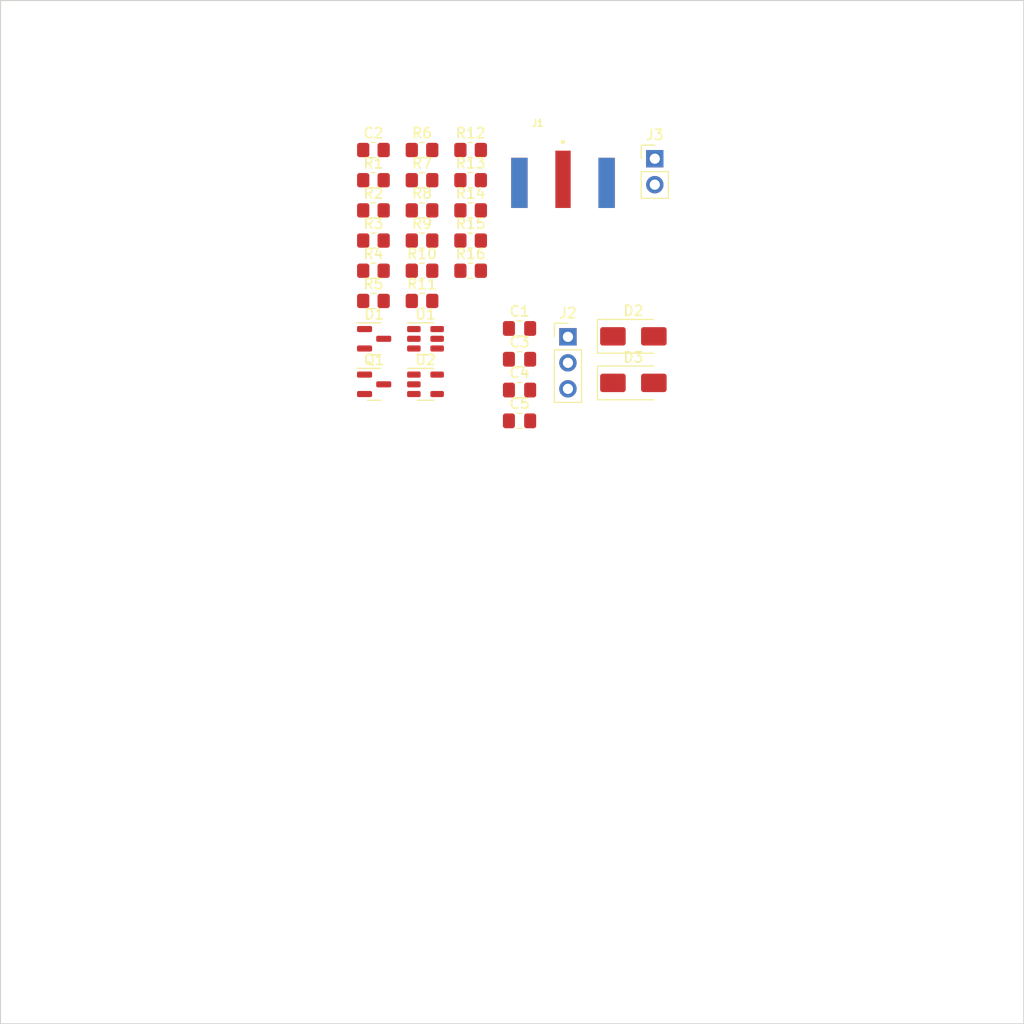
<source format=kicad_pcb>
(kicad_pcb (version 20221018) (generator pcbnew)
  (layers (0 "F.Cu" signal) (31 "B.Cu" signal) (34 "B.Paste" user) (35 "F.Paste" user) (36 "B.SilkS" user "B.Silkscreen") (37 "F.SilkS" user "F.Silkscreen") (38 "B.Mask" user) (39 "F.Mask" user) (44 "Edge.Cuts" user))
  (net 0 "")
  (net 1 "Net-(C1-Pad1)")
  (net 2 "GND")
  (net 3 "/PW_OPAMP")
  (net 4 "/PW_SW")
  (net 5 "Net-(D1-K)")
  (net 6 "Net-(D2-K)")
  (net 7 "Net-(D2-A)")
  (net 8 "Net-(D3-K)")
  (net 9 "Net-(J1-Pad1)")
  (net 10 "VCC")
  (net 11 "VEE")
  (net 12 "IN_RESET")
  (net 13 "Net-(Q1-G)")
  (net 14 "Net-(Q1-D)")
  (net 15 "Net-(U1-+)")
  (net 16 "Net-(R8-Pad2)")
  (net 17 "/EN")
  (net 18 "Net-(R15-Pad1)")
  (footprint "Resistor_SMD:R_0805_2012Metric_Pad1.20x1.40mm_HandSolder" (layer "F.Cu") (at 137.445 62.51)
    (fp_text reference "R2" (at 0 -1.65) (layer "F.SilkS"))
    (fp_text value "1k")
    (fp_line (start -0.227064 -0.735) (end 0.227064 -0.735) (stroke (width 0.12)) (layer "F.SilkS"))
    (fp_line (start -0.227064 0.735) (end 0.227064 0.735) (stroke (width 0.12)) (layer "F.SilkS"))
    (pad "1" smd roundrect (at -1 0) (size 1.2 1.4) (layers "F.Cu" "F.Paste" "F.Mask") (roundrect_rratio 0.208333) (net 5 "Net-(D1-K)"))
    (pad "2" smd roundrect (at 1 0) (size 1.2 1.4) (layers "F.Cu" "F.Paste" "F.Mask") (roundrect_rratio 0.208333) (net 15 "Net-(U1-+)"))
  )
  (footprint "Resistor_SMD:R_0805_2012Metric_Pad1.20x1.40mm_HandSolder" (layer "F.Cu") (at 137.445 71.36)
    (fp_text reference "R5" (at 0 -1.65) (layer "F.SilkS"))
    (fp_text value "33")
    (fp_line (start -0.227064 -0.735) (end 0.227064 -0.735) (stroke (width 0.12)) (layer "F.SilkS"))
    (fp_line (start -0.227064 0.735) (end 0.227064 0.735) (stroke (width 0.12)) (layer "F.SilkS"))
    (pad "1" smd roundrect (at -1 0) (size 1.2 1.4) (layers "F.Cu" "F.Paste" "F.Mask") (roundrect_rratio 0.208333) (net 8 "Net-(D3-K)"))
    (pad "2" smd roundrect (at 1 0) (size 1.2 1.4) (layers "F.Cu" "F.Paste" "F.Mask") (roundrect_rratio 0.208333) (net 1 "Net-(C1-Pad1)"))
  )
  (footprint "Connector_PinHeader_2.54mm:PinHeader_1x03_P2.54mm_Vertical" (layer "F.Cu") (at 156.455 74.87)
    (fp_text reference "J2" (at 0 -2.33) (layer "F.SilkS"))
    (fp_text value "PW")
    (fp_line (start -1.33 -1.33) (end 0 -1.33) (stroke (width 0.12)) (layer "F.SilkS"))
    (fp_line (start -1.33 0) (end -1.33 -1.33) (stroke (width 0.12)) (layer "F.SilkS"))
    (fp_line (start -1.33 1.27) (end -1.33 6.41) (stroke (width 0.12)) (layer "F.SilkS"))
    (fp_line (start -1.33 1.27) (end 1.33 1.27) (stroke (width 0.12)) (layer "F.SilkS"))
    (fp_line (start -1.33 6.41) (end 1.33 6.41) (stroke (width 0.12)) (layer "F.SilkS"))
    (fp_line (start 1.33 1.27) (end 1.33 6.41) (stroke (width 0.12)) (layer "F.SilkS"))
    (pad "1" thru_hole rect (at 0 0) (size 1.7 1.7) (drill 1) (layers "*.Cu" "*.Mask") (net 10 "VCC"))
    (pad "2" thru_hole oval (at 0 2.54) (size 1.7 1.7) (drill 1) (layers "*.Cu" "*.Mask") (net 2 "GND"))
    (pad "3" thru_hole oval (at 0 5.08) (size 1.7 1.7) (drill 1) (layers "*.Cu" "*.Mask") (net 11 "VEE"))
  )
  (footprint "Resistor_SMD:R_0805_2012Metric_Pad1.20x1.40mm_HandSolder" (layer "F.Cu") (at 137.445 56.61)
    (fp_text reference "C2" (at 0 -1.65) (layer "F.SilkS"))
    (fp_text value "4.7uF")
    (fp_line (start -0.227064 -0.735) (end 0.227064 -0.735) (stroke (width 0.12)) (layer "F.SilkS"))
    (fp_line (start -0.227064 0.735) (end 0.227064 0.735) (stroke (width 0.12)) (layer "F.SilkS"))
    (pad "1" smd roundrect (at -1 0) (size 1.2 1.4) (layers "F.Cu" "F.Paste" "F.Mask") (roundrect_rratio 0.208333) (net 3 "/PW_OPAMP"))
    (pad "2" smd roundrect (at 1 0) (size 1.2 1.4) (layers "F.Cu" "F.Paste" "F.Mask") (roundrect_rratio 0.208333) (net 2 "GND"))
  )
  (footprint "Resistor_SMD:R_0805_2012Metric_Pad1.20x1.40mm_HandSolder" (layer "F.Cu") (at 137.445 65.46)
    (fp_text reference "R3" (at 0 -1.65) (layer "F.SilkS"))
    (fp_text value "10k")
    (fp_line (start -0.227064 -0.735) (end 0.227064 -0.735) (stroke (width 0.12)) (layer "F.SilkS"))
    (fp_line (start -0.227064 0.735) (end 0.227064 0.735) (stroke (width 0.12)) (layer "F.SilkS"))
    (pad "1" smd roundrect (at -1 0) (size 1.2 1.4) (layers "F.Cu" "F.Paste" "F.Mask") (roundrect_rratio 0.208333) (net 2 "GND"))
    (pad "2" smd roundrect (at 1 0) (size 1.2 1.4) (layers "F.Cu" "F.Paste" "F.Mask") (roundrect_rratio 0.208333) (net 5 "Net-(D1-K)"))
  )
  (footprint "Resistor_SMD:R_0805_2012Metric_Pad1.20x1.40mm_HandSolder" (layer "F.Cu") (at 146.945 56.61)
    (fp_text reference "R12" (at 0 -1.65) (layer "F.SilkS"))
    (fp_text value "4.7k")
    (fp_line (start -0.227064 -0.735) (end 0.227064 -0.735) (stroke (width 0.12)) (layer "F.SilkS"))
    (fp_line (start -0.227064 0.735) (end 0.227064 0.735) (stroke (width 0.12)) (layer "F.SilkS"))
    (pad "1" smd roundrect (at -1 0) (size 1.2 1.4) (layers "F.Cu" "F.Paste" "F.Mask") (roundrect_rratio 0.208333) (net 12 "IN_RESET"))
    (pad "2" smd roundrect (at 1 0) (size 1.2 1.4) (layers "F.Cu" "F.Paste" "F.Mask") (roundrect_rratio 0.208333) (net 10 "VCC"))
  )
  (footprint "Resistor_SMD:R_0805_2012Metric_Pad1.20x1.40mm_HandSolder" (layer "F.Cu") (at 146.945 68.41)
    (fp_text reference "R16" (at 0 -1.65) (layer "F.SilkS"))
    (fp_text value "0")
    (fp_line (start -0.227064 -0.735) (end 0.227064 -0.735) (stroke (width 0.12)) (layer "F.SilkS"))
    (fp_line (start -0.227064 0.735) (end 0.227064 0.735) (stroke (width 0.12)) (layer "F.SilkS"))
    (pad "1" smd roundrect (at -1 0) (size 1.2 1.4) (layers "F.Cu" "F.Paste" "F.Mask") (roundrect_rratio 0.208333) (net 13 "Net-(Q1-G)"))
    (pad "2" smd roundrect (at 1 0) (size 1.2 1.4) (layers "F.Cu" "F.Paste" "F.Mask") (roundrect_rratio 0.208333) (net 12 "IN_RESET"))
  )
  (footprint "Resistor_SMD:R_0805_2012Metric_Pad1.20x1.40mm_HandSolder" (layer "F.Cu") (at 142.195 71.36)
    (fp_text reference "R11" (at 0 -1.65) (layer "F.SilkS"))
    (fp_text value "4.7k")
    (fp_line (start -0.227064 -0.735) (end 0.227064 -0.735) (stroke (width 0.12)) (layer "F.SilkS"))
    (fp_line (start -0.227064 0.735) (end 0.227064 0.735) (stroke (width 0.12)) (layer "F.SilkS"))
    (pad "1" smd roundrect (at -1 0) (size 1.2 1.4) (layers "F.Cu" "F.Paste" "F.Mask") (roundrect_rratio 0.208333) (net 2 "GND"))
    (pad "2" smd roundrect (at 1 0) (size 1.2 1.4) (layers "F.Cu" "F.Paste" "F.Mask") (roundrect_rratio 0.208333) (net 12 "IN_RESET"))
  )
  (footprint "Resistor_SMD:R_0805_2012Metric_Pad1.20x1.40mm_HandSolder" (layer "F.Cu") (at 146.945 62.51)
    (fp_text reference "R14" (at 0 -1.65) (layer "F.SilkS"))
    (fp_text value "4.7k")
    (fp_line (start -0.227064 -0.735) (end 0.227064 -0.735) (stroke (width 0.12)) (layer "F.SilkS"))
    (fp_line (start -0.227064 0.735) (end 0.227064 0.735) (stroke (width 0.12)) (layer "F.SilkS"))
    (pad "1" smd roundrect (at -1 0) (size 1.2 1.4) (layers "F.Cu" "F.Paste" "F.Mask") (roundrect_rratio 0.208333) (net 17 "/EN"))
    (pad "2" smd roundrect (at 1 0) (size 1.2 1.4) (layers "F.Cu" "F.Paste" "F.Mask") (roundrect_rratio 0.208333) (net 2 "GND"))
  )
  (footprint "Package_TO_SOT_SMD:SOT-23" (layer "F.Cu") (at 137.515 75.06)
    (fp_text reference "D1" (at 0 -2.4) (layer "F.SilkS"))
    (fp_text value "BAT54S")
    (fp_line (start 0 -1.56) (end -1.675 -1.56) (stroke (width 0.12)) (layer "F.SilkS"))
    (fp_line (start 0 -1.56) (end 0.65 -1.56) (stroke (width 0.12)) (layer "F.SilkS"))
    (fp_line (start 0 1.56) (end -0.65 1.56) (stroke (width 0.12)) (layer "F.SilkS"))
    (fp_line (start 0 1.56) (end 0.65 1.56) (stroke (width 0.12)) (layer "F.SilkS"))
    (pad "1" smd roundrect (at -0.9375 -0.95) (size 1.475 0.6) (layers "F.Cu" "F.Paste" "F.Mask") (net 2 "GND"))
    (pad "2" smd roundrect (at -0.9375 0.95) (size 1.475 0.6) (layers "F.Cu" "F.Paste" "F.Mask") (net 5 "Net-(D1-K)"))
    (pad "3" smd roundrect (at 0.9375 0) (size 1.475 0.6) (layers "F.Cu" "F.Paste" "F.Mask") (net 2 "GND"))
  )
  (footprint "Resistor_SMD:R_0805_2012Metric_Pad1.20x1.40mm_HandSolder" (layer "F.Cu") (at 142.195 62.51)
    (fp_text reference "R8" (at 0 -1.65) (layer "F.SilkS"))
    (fp_text value "1k")
    (fp_line (start -0.227064 -0.735) (end 0.227064 -0.735) (stroke (width 0.12)) (layer "F.SilkS"))
    (fp_line (start -0.227064 0.735) (end 0.227064 0.735) (stroke (width 0.12)) (layer "F.SilkS"))
    (pad "1" smd roundrect (at -1 0) (size 1.2 1.4) (layers "F.Cu" "F.Paste" "F.Mask") (roundrect_rratio 0.208333) (net 2 "GND"))
    (pad "2" smd roundrect (at 1 0) (size 1.2 1.4) (layers "F.Cu" "F.Paste" "F.Mask") (roundrect_rratio 0.208333) (net 16 "Net-(R8-Pad2)"))
  )
  (footprint "Resistor_SMD:R_0805_2012Metric_Pad1.20x1.40mm_HandSolder" (layer "F.Cu") (at 142.195 68.41)
    (fp_text reference "R10" (at 0 -1.65) (layer "F.SilkS"))
    (fp_text value "0")
    (fp_line (start -0.227064 -0.735) (end 0.227064 -0.735) (stroke (width 0.12)) (layer "F.SilkS"))
    (fp_line (start -0.227064 0.735) (end 0.227064 0.735) (stroke (width 0.12)) (layer "F.SilkS"))
    (pad "1" smd roundrect (at -1 0) (size 1.2 1.4) (layers "F.Cu" "F.Paste" "F.Mask") (roundrect_rratio 0.208333) (net 10 "VCC"))
    (pad "2" smd roundrect (at 1 0) (size 1.2 1.4) (layers "F.Cu" "F.Paste" "F.Mask") (roundrect_rratio 0.208333) (net 4 "/PW_SW"))
  )
  (footprint "Resistor_SMD:R_0805_2012Metric_Pad1.20x1.40mm_HandSolder" (layer "F.Cu") (at 142.195 56.61)
    (fp_text reference "R6" (at 0 -1.65) (layer "F.SilkS"))
    (fp_text value "10M")
    (fp_line (start -0.227064 -0.735) (end 0.227064 -0.735) (stroke (width 0.12)) (layer "F.SilkS"))
    (fp_line (start -0.227064 0.735) (end 0.227064 0.735) (stroke (width 0.12)) (layer "F.SilkS"))
    (pad "1" smd roundrect (at -1 0) (size 1.2 1.4) (layers "F.Cu" "F.Paste" "F.Mask") (roundrect_rratio 0.208333) (net 2 "GND"))
    (pad "2" smd roundrect (at 1 0) (size 1.2 1.4) (layers "F.Cu" "F.Paste" "F.Mask") (roundrect_rratio 0.208333) (net 1 "Net-(C1-Pad1)"))
  )
  (footprint "Package_TO_SOT_SMD:SOT-23" (layer "F.Cu") (at 137.515 79.51)
    (fp_text reference "Q1" (at 0 -2.4) (layer "F.SilkS"))
    (fp_text value "2N7002")
    (fp_line (start 0 -1.56) (end -1.675 -1.56) (stroke (width 0.12)) (layer "F.SilkS"))
    (fp_line (start 0 -1.56) (end 0.65 -1.56) (stroke (width 0.12)) (layer "F.SilkS"))
    (fp_line (start 0 1.56) (end -0.65 1.56) (stroke (width 0.12)) (layer "F.SilkS"))
    (fp_line (start 0 1.56) (end 0.65 1.56) (stroke (width 0.12)) (layer "F.SilkS"))
    (pad "1" smd roundrect (at -0.9375 -0.95) (size 1.475 0.6) (layers "F.Cu" "F.Paste" "F.Mask") (net 13 "Net-(Q1-G)"))
    (pad "2" smd roundrect (at -0.9375 0.95) (size 1.475 0.6) (layers "F.Cu" "F.Paste" "F.Mask") (net 2 "GND"))
    (pad "3" smd roundrect (at 0.9375 0) (size 1.475 0.6) (layers "F.Cu" "F.Paste" "F.Mask") (net 14 "Net-(Q1-D)"))
  )
  (footprint "Resistor_SMD:R_0805_2012Metric_Pad1.20x1.40mm_HandSolder" (layer "F.Cu") (at 146.945 65.46)
    (fp_text reference "R15" (at 0 -1.65) (layer "F.SilkS"))
    (fp_text value "0")
    (fp_line (start -0.227064 -0.735) (end 0.227064 -0.735) (stroke (width 0.12)) (layer "F.SilkS"))
    (fp_line (start -0.227064 0.735) (end 0.227064 0.735) (stroke (width 0.12)) (layer "F.SilkS"))
    (pad "1" smd roundrect (at -1 0) (size 1.2 1.4) (layers "F.Cu" "F.Paste" "F.Mask") (roundrect_rratio 0.208333) (net 18 "Net-(R15-Pad1)"))
    (pad "2" smd roundrect (at 1 0) (size 1.2 1.4) (layers "F.Cu" "F.Paste" "F.Mask") (roundrect_rratio 0.208333) (net 12 "IN_RESET"))
  )
  (footprint "CONSMA020.062-G:LINX_CONSMA020.062-G" (layer "F.Cu") (at 155.9735 62.275)
    (fp_text reference "J1" (at -2.468 -8.2864) (layer "F.SilkS") (effects (font (size 0.64 0.64))))
    (fp_text value "IN_Signal")
    (fp_circle (center 0 -6.44) (end 0.1 -6.44) (stroke (width 0.2)) (fill none) (layer "F.SilkS"))
    (pad "1" smd rect (at 0 -2.8) (size 1.5 5.6) (layers "F.Cu" "F.Paste" "F.Mask") (net 9 "Net-(J1-Pad1)"))
    (pad "S1" smd rect (at -4.26 -2.45) (size 1.6 4.9) (layers "F.Cu" "F.Paste" "F.Mask") (net 2 "GND"))
    (pad "S2" smd rect (at 4.26 -2.45) (size 1.6 4.9) (layers "F.Cu" "F.Paste" "F.Mask"))
    (pad "S3" smd rect (at -4.26 -2.45) (size 1.6 4.9) (layers "B.Cu" "B.Paste" "B.Mask"))
    (pad "S4" smd rect (at 4.26 -2.45) (size 1.6 4.9) (layers "B.Cu" "B.Paste" "B.Mask"))
  )
  (footprint "Diode_SMD:D_SMA" (layer "F.Cu") (at 162.85 74.82)
    (fp_text reference "D2" (at 0 -2.5) (layer "F.SilkS"))
    (fp_text value "SS14-SS36")
    (fp_line (start -3.51 -1.65) (end -3.51 1.65) (stroke (width 0.12)) (layer "F.SilkS"))
    (fp_line (start -3.51 -1.65) (end 2 -1.65) (stroke (width 0.12)) (layer "F.SilkS"))
    (fp_line (start -3.51 1.65) (end 2 1.65) (stroke (width 0.12)) (layer "F.SilkS"))
    (pad "1" smd roundrect (at -2 0) (size 2.5 1.8) (layers "F.Cu" "F.Paste" "F.Mask") (roundrect_rratio 0.1388888889) (net 6 "Net-(D2-K)"))
    (pad "2" smd roundrect (at 2 0) (size 2.5 1.8) (layers "F.Cu" "F.Paste" "F.Mask") (roundrect_rratio 0.1388888889) (net 7 "Net-(D2-A)"))
  )
  (footprint "Package_TO_SOT_SMD:SOT-23-5" (layer "F.Cu") (at 142.535 79.51)
    (fp_text reference "U2" (at 0 -2.4) (layer "F.SilkS"))
    (fp_text value "TMUX1101")
    (fp_line (start 0 -1.56) (end -1.8 -1.56) (stroke (width 0.12)) (layer "F.SilkS"))
    (fp_line (start 0 -1.56) (end 0.8 -1.56) (stroke (width 0.12)) (layer "F.SilkS"))
    (fp_line (start 0 1.56) (end -0.8 1.56) (stroke (width 0.12)) (layer "F.SilkS"))
    (fp_line (start 0 1.56) (end 0.8 1.56) (stroke (width 0.12)) (layer "F.SilkS"))
    (pad "1" smd roundrect (at -1.1375 -0.95) (size 1.325 0.6) (layers "F.Cu" "F.Paste" "F.Mask") (net 16 "Net-(R8-Pad2)"))
    (pad "2" smd roundrect (at -1.1375 0) (size 1.325 0.6) (layers "F.Cu" "F.Paste" "F.Mask") (net 1 "Net-(C1-Pad1)"))
    (pad "3" smd roundrect (at -1.1375 0.95) (size 1.325 0.6) (layers "F.Cu" "F.Paste" "F.Mask") (net 2 "GND"))
    (pad "4" smd roundrect (at 1.1375 0.95) (size 1.325 0.6) (layers "F.Cu" "F.Paste" "F.Mask") (net 18 "Net-(R15-Pad1)"))
    (pad "5" smd roundrect (at 1.1375 -0.95) (size 1.325 0.6) (layers "F.Cu" "F.Paste" "F.Mask") (net 4 "/PW_SW"))
  )
  (footprint "Resistor_SMD:R_0805_2012Metric_Pad1.20x1.40mm_HandSolder" (layer "F.Cu") (at 137.445 68.41)
    (fp_text reference "R4" (at 0 -1.65) (layer "F.SilkS"))
    (fp_text value "10k")
    (fp_line (start -0.227064 -0.735) (end 0.227064 -0.735) (stroke (width 0.12)) (layer "F.SilkS"))
    (fp_line (start -0.227064 0.735) (end 0.227064 0.735) (stroke (width 0.12)) (layer "F.SilkS"))
    (pad "1" smd roundrect (at -1 0) (size 1.2 1.4) (layers "F.Cu" "F.Paste" "F.Mask") (roundrect_rratio 0.208333) (net 11 "VEE"))
    (pad "2" smd roundrect (at 1 0) (size 1.2 1.4) (layers "F.Cu" "F.Paste" "F.Mask") (roundrect_rratio 0.208333) (net 6 "Net-(D2-K)"))
  )
  (footprint "Resistor_SMD:R_0805_2012Metric_Pad1.20x1.40mm_HandSolder" (layer "F.Cu") (at 146.945 59.56)
    (fp_text reference "R13" (at 0 -1.65) (layer "F.SilkS"))
    (fp_text value "4.7k")
    (fp_line (start -0.227064 -0.735) (end 0.227064 -0.735) (stroke (width 0.12)) (layer "F.SilkS"))
    (fp_line (start -0.227064 0.735) (end 0.227064 0.735) (stroke (width 0.12)) (layer "F.SilkS"))
    (pad "1" smd roundrect (at -1 0) (size 1.2 1.4) (layers "F.Cu" "F.Paste" "F.Mask") (roundrect_rratio 0.208333) (net 10 "VCC"))
    (pad "2" smd roundrect (at 1 0) (size 1.2 1.4) (layers "F.Cu" "F.Paste" "F.Mask") (roundrect_rratio 0.208333) (net 17 "/EN"))
  )
  (footprint "Diode_SMD:D_SMA" (layer "F.Cu") (at 162.85 79.37)
    (fp_text reference "D3" (at 0 -2.5) (layer "F.SilkS"))
    (fp_text value "SS14-SS36")
    (fp_line (start -3.51 -1.65) (end -3.51 1.65) (stroke (width 0.12)) (layer "F.SilkS"))
    (fp_line (start -3.51 -1.65) (end 2 -1.65) (stroke (width 0.12)) (layer "F.SilkS"))
    (fp_line (start -3.51 1.65) (end 2 1.65) (stroke (width 0.12)) (layer "F.SilkS"))
    (pad "1" smd roundrect (at -2 0) (size 2.5 1.8) (layers "F.Cu" "F.Paste" "F.Mask") (roundrect_rratio 0.1388888889) (net 8 "Net-(D3-K)"))
    (pad "2" smd roundrect (at 2 0) (size 2.5 1.8) (layers "F.Cu" "F.Paste" "F.Mask") (roundrect_rratio 0.1388888889) (net 7 "Net-(D2-A)"))
  )
  (footprint "Resistor_SMD:R_0805_2012Metric_Pad1.20x1.40mm_HandSolder" (layer "F.Cu") (at 142.195 65.46)
    (fp_text reference "R9" (at 0 -1.65) (layer "F.SilkS"))
    (fp_text value "0")
    (fp_line (start -0.227064 -0.735) (end 0.227064 -0.735) (stroke (width 0.12)) (layer "F.SilkS"))
    (fp_line (start -0.227064 0.735) (end 0.227064 0.735) (stroke (width 0.12)) (layer "F.SilkS"))
    (pad "1" smd roundrect (at -1 0) (size 1.2 1.4) (layers "F.Cu" "F.Paste" "F.Mask") (roundrect_rratio 0.208333) (net 10 "VCC"))
    (pad "2" smd roundrect (at 1 0) (size 1.2 1.4) (layers "F.Cu" "F.Paste" "F.Mask") (roundrect_rratio 0.208333) (net 3 "/PW_OPAMP"))
  )
  (footprint "Resistor_SMD:R_0805_2012Metric_Pad1.20x1.40mm_HandSolder" (layer "F.Cu") (at 137.445 59.56)
    (fp_text reference "R1" (at 0 -1.65) (layer "F.SilkS"))
    (fp_text value "10k")
    (fp_line (start -0.227064 -0.735) (end 0.227064 -0.735) (stroke (width 0.12)) (layer "F.SilkS"))
    (fp_line (start -0.227064 0.735) (end 0.227064 0.735) (stroke (width 0.12)) (layer "F.SilkS"))
    (pad "1" smd roundrect (at -1 0) (size 1.2 1.4) (layers "F.Cu" "F.Paste" "F.Mask") (roundrect_rratio 0.208333) (net 9 "Net-(J1-Pad1)"))
    (pad "2" smd roundrect (at 1 0) (size 1.2 1.4) (layers "F.Cu" "F.Paste" "F.Mask") (roundrect_rratio 0.208333) (net 5 "Net-(D1-K)"))
  )
  (footprint "Capacitor_SMD:C_0805_2012Metric_Pad1.18x1.45mm_HandSolder" (layer "F.Cu") (at 151.725 83.08)
    (fp_text reference "C5" (at 0 -1.68) (layer "F.SilkS"))
    (fp_text value "0.1uF")
    (fp_line (start -0.261252 -0.735) (end 0.261252 -0.735) (stroke (width 0.12)) (layer "F.SilkS"))
    (fp_line (start -0.261252 0.735) (end 0.261252 0.735) (stroke (width 0.12)) (layer "F.SilkS"))
    (pad "1" smd roundrect (at -1.0375 0) (size 1.175 1.45) (layers "F.Cu" "F.Paste" "F.Mask") (roundrect_rratio 0.212766) (net 4 "/PW_SW"))
    (pad "2" smd roundrect (at 1.0375 0) (size 1.175 1.45) (layers "F.Cu" "F.Paste" "F.Mask") (roundrect_rratio 0.212766) (net 2 "GND"))
  )
  (footprint "Resistor_SMD:R_0805_2012Metric_Pad1.20x1.40mm_HandSolder" (layer "F.Cu") (at 142.195 59.56)
    (fp_text reference "R7" (at 0 -1.65) (layer "F.SilkS"))
    (fp_text value "1k")
    (fp_line (start -0.227064 -0.735) (end 0.227064 -0.735) (stroke (width 0.12)) (layer "F.SilkS"))
    (fp_line (start -0.227064 0.735) (end 0.227064 0.735) (stroke (width 0.12)) (layer "F.SilkS"))
    (pad "1" smd roundrect (at -1 0) (size 1.2 1.4) (layers "F.Cu" "F.Paste" "F.Mask") (roundrect_rratio 0.208333) (net 14 "Net-(Q1-D)"))
    (pad "2" smd roundrect (at 1 0) (size 1.2 1.4) (layers "F.Cu" "F.Paste" "F.Mask") (roundrect_rratio 0.208333) (net 1 "Net-(C1-Pad1)"))
  )
  (footprint "Capacitor_SMD:C_0805_2012Metric_Pad1.18x1.45mm_HandSolder" (layer "F.Cu") (at 151.725 74.05)
    (fp_text reference "C1" (at 0 -1.68) (layer "F.SilkS"))
    (fp_text value "4.7nF")
    (fp_line (start -0.261252 -0.735) (end 0.261252 -0.735) (stroke (width 0.12)) (layer "F.SilkS"))
    (fp_line (start -0.261252 0.735) (end 0.261252 0.735) (stroke (width 0.12)) (layer "F.SilkS"))
    (pad "1" smd roundrect (at -1.0375 0) (size 1.175 1.45) (layers "F.Cu" "F.Paste" "F.Mask") (roundrect_rratio 0.212766) (net 1 "Net-(C1-Pad1)"))
    (pad "2" smd roundrect (at 1.0375 0) (size 1.175 1.45) (layers "F.Cu" "F.Paste" "F.Mask") (roundrect_rratio 0.212766) (net 2 "GND"))
  )
  (footprint "Capacitor_SMD:C_0805_2012Metric_Pad1.18x1.45mm_HandSolder" (layer "F.Cu") (at 151.725 80.07)
    (fp_text reference "C4" (at 0 -1.68) (layer "F.SilkS"))
    (fp_text value "4.7uF")
    (fp_line (start -0.261252 -0.735) (end 0.261252 -0.735) (stroke (width 0.12)) (layer "F.SilkS"))
    (fp_line (start -0.261252 0.735) (end 0.261252 0.735) (stroke (width 0.12)) (layer "F.SilkS"))
    (pad "1" smd roundrect (at -1.0375 0) (size 1.175 1.45) (layers "F.Cu" "F.Paste" "F.Mask") (roundrect_rratio 0.212766) (net 4 "/PW_SW"))
    (pad "2" smd roundrect (at 1.0375 0) (size 1.175 1.45) (layers "F.Cu" "F.Paste" "F.Mask") (roundrect_rratio 0.212766) (net 2 "GND"))
  )
  (footprint "Capacitor_SMD:C_0805_2012Metric_Pad1.18x1.45mm_HandSolder" (layer "F.Cu") (at 151.725 77.06)
    (fp_text reference "C3" (at 0 -1.68) (layer "F.SilkS"))
    (fp_text value "0.1uF")
    (fp_line (start -0.261252 -0.735) (end 0.261252 -0.735) (stroke (width 0.12)) (layer "F.SilkS"))
    (fp_line (start -0.261252 0.735) (end 0.261252 0.735) (stroke (width 0.12)) (layer "F.SilkS"))
    (pad "1" smd roundrect (at -1.0375 0) (size 1.175 1.45) (layers "F.Cu" "F.Paste" "F.Mask") (roundrect_rratio 0.212766) (net 3 "/PW_OPAMP"))
    (pad "2" smd roundrect (at 1.0375 0) (size 1.175 1.45) (layers "F.Cu" "F.Paste" "F.Mask") (roundrect_rratio 0.212766) (net 2 "GND"))
  )
  (footprint "Connector_PinHeader_2.54mm:PinHeader_1x02_P2.54mm_Vertical" (layer "F.Cu") (at 164.945 57.46)
    (fp_text reference "J3" (at 0 -2.33) (layer "F.SilkS"))
    (fp_text value "RESET")
    (fp_line (start -1.33 -1.33) (end 0 -1.33) (stroke (width 0.12)) (layer "F.SilkS"))
    (fp_line (start -1.33 0) (end -1.33 -1.33) (stroke (width 0.12)) (layer "F.SilkS"))
    (fp_line (start -1.33 1.27) (end -1.33 3.87) (stroke (width 0.12)) (layer "F.SilkS"))
    (fp_line (start -1.33 1.27) (end 1.33 1.27) (stroke (width 0.12)) (layer "F.SilkS"))
    (fp_line (start -1.33 3.87) (end 1.33 3.87) (stroke (width 0.12)) (layer "F.SilkS"))
    (fp_line (start 1.33 1.27) (end 1.33 3.87) (stroke (width 0.12)) (layer "F.SilkS"))
    (pad "1" thru_hole rect (at 0 0) (size 1.7 1.7) (drill 1) (layers "*.Cu" "*.Mask") (net 12 "IN_RESET"))
    (pad "2" thru_hole oval (at 0 2.54) (size 1.7 1.7) (drill 1) (layers "*.Cu" "*.Mask") (net 2 "GND"))
  )
  (footprint "Package_TO_SOT_SMD:TSOT-23-6" (layer "F.Cu") (at 142.535 75.06)
    (fp_text reference "U1" (at 0 -2.4) (layer "F.SilkS"))
    (fp_text value "OPA836")
    (fp_line (start 0 -1.56) (end -1.8 -1.56) (stroke (width 0.12)) (layer "F.SilkS"))
    (fp_line (start 0 -1.56) (end 0.8 -1.56) (stroke (width 0.12)) (layer "F.SilkS"))
    (fp_line (start 0 1.56) (end -0.8 1.56) (stroke (width 0.12)) (layer "F.SilkS"))
    (fp_line (start 0 1.56) (end 0.8 1.56) (stroke (width 0.12)) (layer "F.SilkS"))
    (pad "1" smd roundrect (at -1.1375 -0.95) (size 1.325 0.6) (layers "F.Cu" "F.Paste" "F.Mask") (net 7 "Net-(D2-A)"))
    (pad "2" smd roundrect (at -1.1375 0) (size 1.325 0.6) (layers "F.Cu" "F.Paste" "F.Mask") (net 2 "GND"))
    (pad "3" smd roundrect (at -1.1375 0.95) (size 1.325 0.6) (layers "F.Cu" "F.Paste" "F.Mask") (net 15 "Net-(U1-+)"))
    (pad "4" smd roundrect (at 1.1375 0.95) (size 1.325 0.6) (layers "F.Cu" "F.Paste" "F.Mask") (net 6 "Net-(D2-K)"))
    (pad "5" smd roundrect (at 1.1375 0) (size 1.325 0.6) (layers "F.Cu" "F.Paste" "F.Mask") (net 17 "/EN"))
    (pad "6" smd roundrect (at 1.1375 -0.95) (size 1.325 0.6) (layers "F.Cu" "F.Paste" "F.Mask") (net 3 "/PW_OPAMP"))
  )
  (gr_rect (start 101 42) (end 201 142) (stroke (width 0.1)) (fill none) (layer "Edge.Cuts"))
)
</source>
